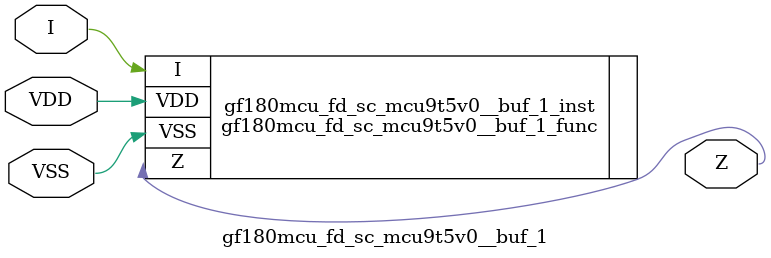
<source format=v>

module gf180mcu_fd_sc_mcu9t5v0__buf_1( I, Z, VDD, VSS );
input I;
inout VDD, VSS;
output Z;

   `ifdef FUNCTIONAL  //  functional //

	gf180mcu_fd_sc_mcu9t5v0__buf_1_func gf180mcu_fd_sc_mcu9t5v0__buf_1_behav_inst(.I(I),.Z(Z),.VDD(VDD),.VSS(VSS));

   `else

	gf180mcu_fd_sc_mcu9t5v0__buf_1_func gf180mcu_fd_sc_mcu9t5v0__buf_1_inst(.I(I),.Z(Z),.VDD(VDD),.VSS(VSS));

	// spec_gates_begin


	// spec_gates_end



   specify

	// specify_block_begin

	// comb arc I --> Z
	 (I => Z) = (1.0,1.0);

	// specify_block_end

   endspecify

   `endif

endmodule

</source>
